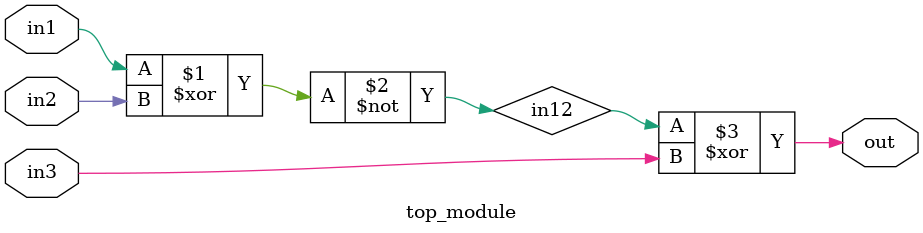
<source format=v>
module top_module (
    input in1,
    input in2,
    input in3,
    output out);

    wire in12;
    // '^' is XOR gate (bitwise)
    // '~' is NOT gate
    assign in12 = ~(in1 ^ in2); //you also can use ~out
    assign out = in12 ^ in3;
    
endmodule
</source>
